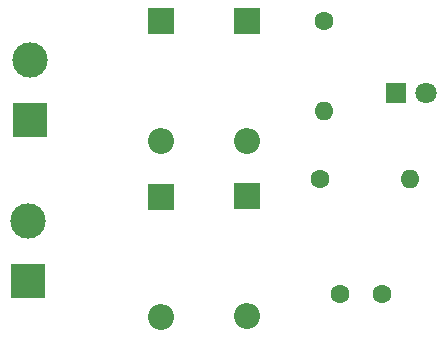
<source format=gbr>
G04 #@! TF.GenerationSoftware,KiCad,Pcbnew,9.0.1*
G04 #@! TF.CreationDate,2025-08-14T10:09:53+05:00*
G04 #@! TF.ProjectId,ac_to_dc_converter,61635f74-6f5f-4646-935f-636f6e766572,rev?*
G04 #@! TF.SameCoordinates,Original*
G04 #@! TF.FileFunction,Soldermask,Bot*
G04 #@! TF.FilePolarity,Negative*
%FSLAX46Y46*%
G04 Gerber Fmt 4.6, Leading zero omitted, Abs format (unit mm)*
G04 Created by KiCad (PCBNEW 9.0.1) date 2025-08-14 10:09:53*
%MOMM*%
%LPD*%
G01*
G04 APERTURE LIST*
%ADD10R,2.200000X2.200000*%
%ADD11O,2.200000X2.200000*%
%ADD12C,1.600000*%
%ADD13O,1.600000X1.600000*%
%ADD14R,3.000000X3.000000*%
%ADD15C,3.000000*%
%ADD16R,1.800000X1.800000*%
%ADD17C,1.800000*%
G04 APERTURE END LIST*
D10*
X134100000Y-103520000D03*
D11*
X134100000Y-113680000D03*
D12*
X140280000Y-102100000D03*
D13*
X147900000Y-102100000D03*
D14*
X115600000Y-110740000D03*
D15*
X115600000Y-105660000D03*
D12*
X140600000Y-88690000D03*
D13*
X140600000Y-96310000D03*
D16*
X146760000Y-94800000D03*
D17*
X149300000Y-94800000D03*
D10*
X126800000Y-88700000D03*
D11*
X126800000Y-98860000D03*
D14*
X115700000Y-97080000D03*
D15*
X115700000Y-92000000D03*
D10*
X134100000Y-88720000D03*
D11*
X134100000Y-98880000D03*
D10*
X126800000Y-103600000D03*
D11*
X126800000Y-113760000D03*
D12*
X142000000Y-111800000D03*
X145500000Y-111800000D03*
M02*

</source>
